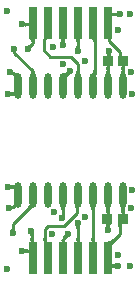
<source format=gtl>
G04*
G04 #@! TF.GenerationSoftware,Altium Limited,Altium Designer,21.7.2 (23)*
G04*
G04 Layer_Physical_Order=1*
G04 Layer_Color=255*
%FSAX25Y25*%
%MOIN*%
G70*
G04*
G04 #@! TF.SameCoordinates,914A0A10-9902-47D2-BBE9-F090EB24A124*
G04*
G04*
G04 #@! TF.FilePolarity,Positive*
G04*
G01*
G75*
%ADD13R,0.03347X0.03740*%
%ADD14R,0.02913X0.11024*%
%ADD15O,0.02362X0.08465*%
%ADD19C,0.01000*%
%ADD20C,0.02362*%
G36*
X0527396Y0162628D02*
X0527392Y0162723D01*
X0527367Y0162808D01*
X0527320Y0162883D01*
X0527251Y0162948D01*
X0527161Y0163003D01*
X0527049Y0163048D01*
X0526915Y0163083D01*
X0526810Y0163100D01*
X0526707Y0163078D01*
X0526610Y0163050D01*
X0526518Y0163016D01*
X0526431Y0162976D01*
X0526351Y0162929D01*
X0526276Y0162876D01*
X0526206Y0162817D01*
X0526281Y0164469D01*
X0526345Y0164404D01*
X0526415Y0164346D01*
X0526492Y0164295D01*
X0526575Y0164251D01*
X0526664Y0164213D01*
X0526759Y0164182D01*
X0526861Y0164159D01*
X0526863Y0164158D01*
X0526961Y0164173D01*
X0527108Y0164207D01*
X0527233Y0164252D01*
X0527337Y0164306D01*
X0527420Y0164371D01*
X0527481Y0164445D01*
X0527520Y0164529D01*
X0527538Y0164623D01*
X0527396Y0162628D01*
D02*
G37*
G36*
X0549295Y0157076D02*
X0549201Y0157079D01*
X0549118Y0157053D01*
X0549044Y0156999D01*
X0548980Y0156917D01*
X0548925Y0156806D01*
X0548881Y0156667D01*
X0548847Y0156499D01*
X0548822Y0156303D01*
X0548807Y0156078D01*
X0548802Y0155825D01*
X0547802Y0156082D01*
X0547800Y0156268D01*
X0547761Y0156752D01*
X0547737Y0156888D01*
X0547709Y0157012D01*
X0547675Y0157123D01*
X0547636Y0157222D01*
X0547591Y0157309D01*
X0547542Y0157383D01*
X0549295Y0157076D01*
D02*
G37*
G36*
X0528101Y0156912D02*
X0528077Y0156937D01*
X0528044Y0156948D01*
X0528001Y0156944D01*
X0527949Y0156926D01*
X0527887Y0156893D01*
X0527816Y0156845D01*
X0527735Y0156782D01*
X0527545Y0156613D01*
X0527436Y0156507D01*
X0526729Y0157214D01*
X0526872Y0157360D01*
X0527276Y0157824D01*
X0527334Y0157911D01*
X0527375Y0157985D01*
X0527399Y0158047D01*
X0527406Y0158097D01*
X0527396Y0158136D01*
X0528101Y0156912D01*
D02*
G37*
G36*
X0533832Y0156841D02*
X0533754Y0156895D01*
X0533664Y0156922D01*
X0533559Y0156922D01*
X0533442Y0156895D01*
X0533312Y0156841D01*
X0533168Y0156759D01*
X0533011Y0156651D01*
X0532841Y0156516D01*
X0532658Y0156353D01*
X0532461Y0156163D01*
X0531754Y0156871D01*
X0531940Y0157064D01*
X0532231Y0157410D01*
X0532336Y0157563D01*
X0532413Y0157704D01*
X0532464Y0157831D01*
X0532488Y0157945D01*
X0532484Y0158045D01*
X0532453Y0158133D01*
X0532396Y0158207D01*
X0533832Y0156841D01*
D02*
G37*
G36*
X0559460Y0157348D02*
X0559377Y0157305D01*
X0559303Y0157232D01*
X0559240Y0157131D01*
X0559186Y0157000D01*
X0559141Y0156841D01*
X0559107Y0156653D01*
X0559083Y0156436D01*
X0559068Y0156189D01*
X0559063Y0155914D01*
X0558063D01*
X0558058Y0156189D01*
X0558019Y0156653D01*
X0557984Y0156841D01*
X0557940Y0157000D01*
X0557886Y0157131D01*
X0557823Y0157232D01*
X0557749Y0157305D01*
X0557666Y0157348D01*
X0557573Y0157362D01*
X0559553D01*
X0559460Y0157348D01*
D02*
G37*
G36*
X0544460D02*
X0544377Y0157305D01*
X0544303Y0157232D01*
X0544240Y0157131D01*
X0544186Y0157000D01*
X0544141Y0156841D01*
X0544107Y0156653D01*
X0544083Y0156436D01*
X0544068Y0156189D01*
X0544063Y0155914D01*
X0543063D01*
X0543058Y0156189D01*
X0543019Y0156653D01*
X0542984Y0156841D01*
X0542940Y0157000D01*
X0542886Y0157131D01*
X0542823Y0157232D01*
X0542749Y0157305D01*
X0542666Y0157348D01*
X0542572Y0157362D01*
X0544554D01*
X0544460Y0157348D01*
D02*
G37*
G36*
X0564460Y0157348D02*
X0564377Y0157305D01*
X0564303Y0157232D01*
X0564240Y0157131D01*
X0564186Y0157000D01*
X0564142Y0156841D01*
X0564107Y0156653D01*
X0564083Y0156436D01*
X0564068Y0156189D01*
X0564063Y0155914D01*
X0563063D01*
X0563058Y0156189D01*
X0563019Y0156653D01*
X0562985Y0156841D01*
X0562940Y0157000D01*
X0562886Y0157131D01*
X0562823Y0157232D01*
X0562749Y0157305D01*
X0562666Y0157348D01*
X0562572Y0157362D01*
X0564553D01*
X0564460Y0157348D01*
D02*
G37*
G36*
X0554460D02*
X0554377Y0157305D01*
X0554303Y0157232D01*
X0554240Y0157131D01*
X0554186Y0157000D01*
X0554142Y0156841D01*
X0554107Y0156653D01*
X0554083Y0156436D01*
X0554068Y0156189D01*
X0554063Y0155914D01*
X0553063D01*
X0553058Y0156189D01*
X0553019Y0156653D01*
X0552985Y0156841D01*
X0552940Y0157000D01*
X0552886Y0157131D01*
X0552823Y0157232D01*
X0552749Y0157305D01*
X0552666Y0157348D01*
X0552572Y0157362D01*
X0554554D01*
X0554460Y0157348D01*
D02*
G37*
G36*
X0564068Y0155619D02*
X0564083Y0155447D01*
X0564108Y0155295D01*
X0564143Y0155163D01*
X0564188Y0155052D01*
X0564243Y0154961D01*
X0564308Y0154890D01*
X0564383Y0154839D01*
X0564468Y0154809D01*
X0564563Y0154799D01*
X0562563D01*
X0562658Y0154809D01*
X0562743Y0154839D01*
X0562818Y0154890D01*
X0562883Y0154961D01*
X0562938Y0155052D01*
X0562983Y0155163D01*
X0563018Y0155295D01*
X0563043Y0155447D01*
X0563058Y0155619D01*
X0563063Y0155811D01*
X0564063D01*
X0564068Y0155619D01*
D02*
G37*
G36*
X0559068D02*
X0559083Y0155447D01*
X0559108Y0155295D01*
X0559143Y0155163D01*
X0559188Y0155052D01*
X0559243Y0154961D01*
X0559308Y0154890D01*
X0559383Y0154839D01*
X0559468Y0154809D01*
X0559563Y0154799D01*
X0557563D01*
X0557658Y0154809D01*
X0557743Y0154839D01*
X0557818Y0154890D01*
X0557883Y0154961D01*
X0557938Y0155052D01*
X0557983Y0155163D01*
X0558018Y0155295D01*
X0558043Y0155447D01*
X0558058Y0155619D01*
X0558063Y0155811D01*
X0559063D01*
X0559068Y0155619D01*
D02*
G37*
G36*
X0563405Y0151096D02*
X0563320Y0151065D01*
X0563245Y0151014D01*
X0563180Y0150943D01*
X0563125Y0150852D01*
X0563080Y0150741D01*
X0563045Y0150609D01*
X0563020Y0150458D01*
X0563005Y0150286D01*
X0563000Y0150095D01*
X0562000D01*
X0561998Y0150285D01*
X0561956Y0150845D01*
X0561936Y0150935D01*
X0561913Y0151005D01*
X0561887Y0151055D01*
X0561857Y0151085D01*
X0561823Y0151095D01*
X0563500Y0151107D01*
X0563405Y0151096D01*
D02*
G37*
G36*
X0559549Y0151097D02*
X0559464Y0151066D01*
X0559389Y0151016D01*
X0559324Y0150945D01*
X0559269Y0150854D01*
X0559224Y0150742D01*
X0559189Y0150611D01*
X0559178Y0150546D01*
X0559196Y0150465D01*
X0559226Y0150369D01*
X0559262Y0150278D01*
X0559304Y0150194D01*
X0559353Y0150115D01*
X0559409Y0150042D01*
X0559471Y0149975D01*
X0557817D01*
X0557879Y0150042D01*
X0557935Y0150115D01*
X0557984Y0150194D01*
X0558027Y0150278D01*
X0558063Y0150369D01*
X0558092Y0150465D01*
X0558110Y0150546D01*
X0558099Y0150611D01*
X0558064Y0150742D01*
X0558019Y0150854D01*
X0557964Y0150945D01*
X0557899Y0151016D01*
X0557824Y0151066D01*
X0557739Y0151097D01*
X0557644Y0151107D01*
X0559644D01*
X0559549Y0151097D01*
D02*
G37*
G36*
X0549253Y0150493D02*
X0549199Y0150419D01*
X0549151Y0150339D01*
X0549110Y0150253D01*
X0549075Y0150162D01*
X0549046Y0150065D01*
X0549023Y0149962D01*
X0549008Y0149854D01*
X0548998Y0149740D01*
X0548995Y0149620D01*
X0547995Y0149593D01*
X0547992Y0149713D01*
X0547982Y0149827D01*
X0547965Y0149935D01*
X0547941Y0150037D01*
X0547911Y0150133D01*
X0547874Y0150223D01*
X0547831Y0150306D01*
X0547781Y0150384D01*
X0547724Y0150455D01*
X0547660Y0150521D01*
X0549313Y0150561D01*
X0549253Y0150493D01*
D02*
G37*
G36*
X0527472Y0149887D02*
X0527482Y0149773D01*
X0527498Y0149665D01*
X0527521Y0149562D01*
X0527550Y0149466D01*
X0527586Y0149375D01*
X0527629Y0149291D01*
X0527678Y0149212D01*
X0527733Y0149139D01*
X0527795Y0149072D01*
X0526142D01*
X0526204Y0149139D01*
X0526259Y0149212D01*
X0526308Y0149291D01*
X0526351Y0149375D01*
X0526387Y0149466D01*
X0526416Y0149562D01*
X0526439Y0149665D01*
X0526455Y0149773D01*
X0526465Y0149887D01*
X0526469Y0150007D01*
X0527468D01*
X0527472Y0149887D01*
D02*
G37*
G36*
X0533822Y0148301D02*
X0533783Y0148222D01*
X0533748Y0148137D01*
X0533718Y0148047D01*
X0533693Y0147953D01*
X0533672Y0147853D01*
X0533656Y0147748D01*
X0533637Y0147523D01*
X0533635Y0147404D01*
X0532635Y0147151D01*
X0532631Y0147272D01*
X0532619Y0147385D01*
X0532600Y0147490D01*
X0532574Y0147588D01*
X0532539Y0147678D01*
X0532498Y0147760D01*
X0532448Y0147835D01*
X0532391Y0147901D01*
X0532326Y0147960D01*
X0532254Y0148011D01*
X0533867Y0148375D01*
X0533822Y0148301D01*
D02*
G37*
G36*
X0545151Y0146555D02*
X0545060Y0146552D01*
X0544969Y0146539D01*
X0544879Y0146518D01*
X0544789Y0146488D01*
X0544699Y0146450D01*
X0544610Y0146403D01*
X0544522Y0146346D01*
X0544434Y0146281D01*
X0544346Y0146207D01*
X0544259Y0146125D01*
X0543552Y0146832D01*
X0543634Y0146919D01*
X0543708Y0147007D01*
X0543773Y0147095D01*
X0543829Y0147184D01*
X0543877Y0147273D01*
X0543915Y0147362D01*
X0543945Y0147452D01*
X0543966Y0147542D01*
X0543979Y0147633D01*
X0543982Y0147724D01*
X0545151Y0146555D01*
D02*
G37*
G36*
X0554067Y0146268D02*
X0554082Y0146096D01*
X0554107Y0145944D01*
X0554142Y0145813D01*
X0554187Y0145701D01*
X0554242Y0145610D01*
X0554307Y0145539D01*
X0554382Y0145489D01*
X0554467Y0145459D01*
X0554562Y0145448D01*
X0552562D01*
X0552657Y0145459D01*
X0552742Y0145489D01*
X0552817Y0145539D01*
X0552882Y0145610D01*
X0552937Y0145701D01*
X0552982Y0145813D01*
X0553017Y0145944D01*
X0553042Y0146096D01*
X0553057Y0146268D01*
X0553062Y0146460D01*
X0554062D01*
X0554067Y0146268D01*
D02*
G37*
G36*
X0549000D02*
X0549015Y0146096D01*
X0549040Y0145944D01*
X0549075Y0145813D01*
X0549120Y0145701D01*
X0549175Y0145610D01*
X0549240Y0145539D01*
X0549315Y0145489D01*
X0549400Y0145459D01*
X0549495Y0145448D01*
X0547495D01*
X0547590Y0145459D01*
X0547675Y0145489D01*
X0547750Y0145539D01*
X0547815Y0145610D01*
X0547870Y0145701D01*
X0547915Y0145813D01*
X0547950Y0145944D01*
X0547975Y0146096D01*
X0547990Y0146268D01*
X0547995Y0146460D01*
X0548995D01*
X0549000Y0146268D01*
D02*
G37*
G36*
X0538103Y0146269D02*
X0538118Y0146097D01*
X0538143Y0145946D01*
X0538178Y0145815D01*
X0538223Y0145703D01*
X0538278Y0145612D01*
X0538343Y0145541D01*
X0538418Y0145490D01*
X0538503Y0145459D01*
X0538598Y0145448D01*
X0537040Y0145460D01*
X0537051Y0145470D01*
X0537061Y0145500D01*
X0537070Y0145550D01*
X0537077Y0145620D01*
X0537093Y0145950D01*
X0537098Y0146460D01*
X0538098D01*
X0538103Y0146269D01*
D02*
G37*
G36*
X0533640Y0146268D02*
X0533655Y0146096D01*
X0533680Y0145944D01*
X0533715Y0145813D01*
X0533760Y0145701D01*
X0533815Y0145610D01*
X0533880Y0145539D01*
X0533955Y0145489D01*
X0534040Y0145459D01*
X0534135Y0145448D01*
X0532135D01*
X0532230Y0145459D01*
X0532315Y0145489D01*
X0532390Y0145539D01*
X0532455Y0145610D01*
X0532510Y0145701D01*
X0532555Y0145813D01*
X0532590Y0145944D01*
X0532615Y0146096D01*
X0532630Y0146268D01*
X0532635Y0146460D01*
X0533635D01*
X0533640Y0146268D01*
D02*
G37*
G36*
X0544119Y0146049D02*
X0544137Y0145812D01*
X0544153Y0145715D01*
X0544174Y0145634D01*
X0544199Y0145567D01*
X0544229Y0145515D01*
X0544263Y0145478D01*
X0544302Y0145456D01*
X0544346Y0145448D01*
X0542887D01*
X0542931Y0145456D01*
X0542970Y0145478D01*
X0543004Y0145515D01*
X0543034Y0145567D01*
X0543059Y0145634D01*
X0543080Y0145715D01*
X0543096Y0145812D01*
X0543107Y0145923D01*
X0543117Y0146190D01*
X0544117D01*
X0544119Y0146049D01*
D02*
G37*
G36*
X0560636Y0145224D02*
X0560447Y0145029D01*
X0560148Y0144674D01*
X0560037Y0144514D01*
X0559952Y0144367D01*
X0559893Y0144231D01*
X0559860Y0144108D01*
X0559853Y0143997D01*
X0559872Y0143897D01*
X0559917Y0143810D01*
X0558751Y0145448D01*
X0558817Y0145382D01*
X0558900Y0145347D01*
X0559000Y0145343D01*
X0559116Y0145369D01*
X0559249Y0145425D01*
X0559399Y0145512D01*
X0559565Y0145630D01*
X0559749Y0145779D01*
X0560165Y0146168D01*
X0560636Y0145224D01*
D02*
G37*
G36*
X0532040Y0141224D02*
X0532030Y0141319D01*
X0532000Y0141404D01*
X0531950Y0141479D01*
X0531880Y0141544D01*
X0531790Y0141599D01*
X0531680Y0141644D01*
X0531550Y0141679D01*
X0531456Y0141695D01*
X0531456Y0141695D01*
X0531354Y0141672D01*
X0531257Y0141643D01*
X0531167Y0141607D01*
X0531082Y0141564D01*
X0531003Y0141515D01*
X0530930Y0141460D01*
X0530863Y0141398D01*
Y0143051D01*
X0530930Y0142989D01*
X0531003Y0142933D01*
X0531082Y0142885D01*
X0531167Y0142842D01*
X0531257Y0142806D01*
X0531354Y0142777D01*
X0531456Y0142754D01*
X0531456Y0142754D01*
X0531550Y0142769D01*
X0531680Y0142804D01*
X0531790Y0142849D01*
X0531880Y0142904D01*
X0531950Y0142969D01*
X0532000Y0143044D01*
X0532030Y0143129D01*
X0532040Y0143224D01*
Y0141224D01*
D02*
G37*
G36*
X0559927Y0138208D02*
X0559957Y0138123D01*
X0560008Y0138048D01*
X0560079Y0137983D01*
X0560170Y0137928D01*
X0560281Y0137883D01*
X0560413Y0137848D01*
X0560516Y0137831D01*
X0560525Y0137833D01*
X0560628Y0137855D01*
X0560724Y0137885D01*
X0560815Y0137921D01*
X0560899Y0137963D01*
X0560978Y0138012D01*
X0561051Y0138068D01*
X0561118Y0138130D01*
Y0136476D01*
X0561051Y0136539D01*
X0560978Y0136594D01*
X0560899Y0136643D01*
X0560815Y0136686D01*
X0560724Y0136722D01*
X0560628Y0136751D01*
X0560525Y0136774D01*
X0560516Y0136775D01*
X0560413Y0136758D01*
X0560281Y0136723D01*
X0560170Y0136678D01*
X0560079Y0136623D01*
X0560008Y0136558D01*
X0559957Y0136483D01*
X0559927Y0136398D01*
X0559917Y0136303D01*
Y0138303D01*
X0559927Y0138208D01*
D02*
G37*
G36*
X0561530Y0220586D02*
X0560897Y0220571D01*
Y0221571D01*
X0561367Y0221593D01*
X0561530Y0220586D01*
D02*
G37*
G36*
X0559977Y0221878D02*
X0560005Y0221809D01*
X0560050Y0221748D01*
X0560113Y0221695D01*
X0560195Y0221651D01*
X0560295Y0221614D01*
X0560413Y0221585D01*
X0560548Y0221565D01*
X0560703Y0221553D01*
X0560875Y0221549D01*
Y0220549D01*
X0560703Y0220545D01*
X0560548Y0220533D01*
X0560413Y0220512D01*
X0560295Y0220484D01*
X0560195Y0220447D01*
X0560113Y0220403D01*
X0560050Y0220350D01*
X0560005Y0220289D01*
X0559977Y0220220D01*
X0559968Y0220142D01*
Y0221955D01*
X0559977Y0221878D01*
D02*
G37*
G36*
X0532091Y0216717D02*
X0532081Y0216811D01*
X0532051Y0216897D01*
X0532000Y0216971D01*
X0531929Y0217037D01*
X0531838Y0217091D01*
X0531727Y0217137D01*
X0531595Y0217172D01*
X0531502Y0217187D01*
X0531400Y0217164D01*
X0531304Y0217135D01*
X0531213Y0217099D01*
X0531128Y0217056D01*
X0531049Y0217007D01*
X0530977Y0216952D01*
X0530910Y0216890D01*
Y0218543D01*
X0530977Y0218481D01*
X0531049Y0218426D01*
X0531128Y0218377D01*
X0531213Y0218334D01*
X0531304Y0218298D01*
X0531400Y0218269D01*
X0531502Y0218246D01*
X0531595Y0218262D01*
X0531727Y0218297D01*
X0531838Y0218341D01*
X0531929Y0218396D01*
X0532000Y0218461D01*
X0532051Y0218536D01*
X0532081Y0218621D01*
X0532091Y0218717D01*
Y0216717D01*
D02*
G37*
G36*
X0559769Y0212812D02*
X0559730Y0212790D01*
X0559696Y0212753D01*
X0559666Y0212701D01*
X0559641Y0212634D01*
X0559620Y0212552D01*
X0559604Y0212456D01*
X0559593Y0212345D01*
X0559584Y0212078D01*
X0558583D01*
X0558581Y0212219D01*
X0558563Y0212456D01*
X0558547Y0212552D01*
X0558526Y0212634D01*
X0558501Y0212701D01*
X0558471Y0212753D01*
X0558437Y0212790D01*
X0558398Y0212812D01*
X0558354Y0212819D01*
X0559813D01*
X0559769Y0212812D01*
D02*
G37*
G36*
X0549468Y0212809D02*
X0549383Y0212779D01*
X0549308Y0212728D01*
X0549243Y0212657D01*
X0549188Y0212566D01*
X0549143Y0212455D01*
X0549108Y0212323D01*
X0549083Y0212172D01*
X0549068Y0212000D01*
X0549063Y0211807D01*
X0548063D01*
X0548058Y0212000D01*
X0548043Y0212172D01*
X0548018Y0212323D01*
X0547983Y0212455D01*
X0547938Y0212566D01*
X0547883Y0212657D01*
X0547818Y0212728D01*
X0547743Y0212779D01*
X0547658Y0212809D01*
X0547563Y0212819D01*
X0549563D01*
X0549468Y0212809D01*
D02*
G37*
G36*
X0554968Y0212807D02*
X0554905Y0212797D01*
X0554848Y0212767D01*
X0554798Y0212717D01*
X0554754Y0212647D01*
X0554717Y0212557D01*
X0554687Y0212447D01*
X0554664Y0212317D01*
X0554647Y0212167D01*
X0554634Y0211807D01*
X0553634D01*
X0553629Y0211999D01*
X0553614Y0212171D01*
X0553589Y0212322D01*
X0553554Y0212453D01*
X0553509Y0212565D01*
X0553454Y0212656D01*
X0553389Y0212727D01*
X0553314Y0212778D01*
X0553229Y0212809D01*
X0553134Y0212819D01*
X0554968Y0212807D01*
D02*
G37*
G36*
X0538208Y0212808D02*
X0538123Y0212777D01*
X0538048Y0212726D01*
X0537983Y0212655D01*
X0537928Y0212564D01*
X0537883Y0212453D01*
X0537848Y0212321D01*
X0537823Y0212170D01*
X0537808Y0211999D01*
X0537803Y0211807D01*
X0536803D01*
X0537079Y0212807D01*
X0538303Y0212819D01*
X0538208Y0212808D01*
D02*
G37*
G36*
X0534389Y0212809D02*
X0534304Y0212779D01*
X0534229Y0212728D01*
X0534164Y0212657D01*
X0534109Y0212566D01*
X0534064Y0212455D01*
X0534029Y0212323D01*
X0534004Y0212172D01*
X0533989Y0212000D01*
X0533984Y0211807D01*
X0532984D01*
X0532979Y0212000D01*
X0532964Y0212172D01*
X0532939Y0212323D01*
X0532904Y0212455D01*
X0532859Y0212566D01*
X0532804Y0212657D01*
X0532739Y0212728D01*
X0532664Y0212779D01*
X0532579Y0212809D01*
X0532484Y0212819D01*
X0534484D01*
X0534389Y0212809D01*
D02*
G37*
G36*
X0544448D02*
X0544363Y0212779D01*
X0544288Y0212728D01*
X0544223Y0212657D01*
X0544168Y0212566D01*
X0544123Y0212455D01*
X0544088Y0212323D01*
X0544068Y0212204D01*
X0544073Y0212174D01*
X0544096Y0212072D01*
X0544126Y0211976D01*
X0544163Y0211885D01*
X0544206Y0211802D01*
X0544256Y0211723D01*
X0544312Y0211651D01*
X0544375Y0211585D01*
X0542722Y0211558D01*
X0542783Y0211626D01*
X0542838Y0211700D01*
X0542886Y0211779D01*
X0542928Y0211864D01*
X0542963Y0211956D01*
X0542992Y0212052D01*
X0543014Y0212155D01*
X0543020Y0212192D01*
X0542998Y0212323D01*
X0542963Y0212455D01*
X0542918Y0212566D01*
X0542863Y0212657D01*
X0542798Y0212728D01*
X0542723Y0212779D01*
X0542638Y0212809D01*
X0542543Y0212819D01*
X0544543D01*
X0544448Y0212809D01*
D02*
G37*
G36*
X0533378Y0210598D02*
X0533295Y0210510D01*
X0533223Y0210422D01*
X0533162Y0210334D01*
X0533112Y0210246D01*
X0533072Y0210158D01*
X0533044Y0210070D01*
X0533026Y0209983D01*
X0533020Y0209895D01*
X0533024Y0209808D01*
X0533039Y0209721D01*
X0531641Y0210603D01*
X0531724Y0210625D01*
X0531809Y0210653D01*
X0531893Y0210688D01*
X0531978Y0210730D01*
X0532062Y0210779D01*
X0532148Y0210835D01*
X0532233Y0210898D01*
X0532405Y0211044D01*
X0532492Y0211127D01*
X0533378Y0210598D01*
D02*
G37*
G36*
X0549066Y0210542D02*
X0549077Y0210428D01*
X0549094Y0210321D01*
X0549118Y0210219D01*
X0549149Y0210124D01*
X0549186Y0210035D01*
X0549231Y0209952D01*
X0549282Y0209876D01*
X0549340Y0209806D01*
X0549406Y0209742D01*
X0547754Y0209659D01*
X0547813Y0209729D01*
X0547865Y0209804D01*
X0547912Y0209885D01*
X0547952Y0209972D01*
X0547986Y0210064D01*
X0548014Y0210161D01*
X0548035Y0210264D01*
X0548051Y0210373D01*
X0548060Y0210487D01*
X0548063Y0210607D01*
X0549063Y0210663D01*
X0549066Y0210542D01*
D02*
G37*
G36*
X0563141Y0208080D02*
X0563156Y0207908D01*
X0563181Y0207757D01*
X0563216Y0207626D01*
X0563261Y0207514D01*
X0563316Y0207423D01*
X0563381Y0207352D01*
X0563456Y0207301D01*
X0563541Y0207270D01*
X0563636Y0207259D01*
X0562118Y0207272D01*
X0562122Y0207281D01*
X0562125Y0207312D01*
X0562130Y0207432D01*
X0562136Y0208272D01*
X0563136D01*
X0563141Y0208080D01*
D02*
G37*
G36*
X0559380Y0208079D02*
X0559393Y0207934D01*
X0559702D01*
X0559640Y0207867D01*
X0559585Y0207794D01*
X0559536Y0207715D01*
X0559493Y0207630D01*
X0559473Y0207580D01*
X0559501Y0207512D01*
X0559555Y0207421D01*
X0559621Y0207351D01*
X0559695Y0207300D01*
X0559781Y0207270D01*
X0559875Y0207259D01*
X0559393D01*
X0559389Y0207233D01*
X0559379Y0207118D01*
X0559375Y0206998D01*
X0558376D01*
X0558372Y0207118D01*
X0558362Y0207233D01*
X0558358Y0207259D01*
X0557875D01*
X0557971Y0207270D01*
X0558055Y0207300D01*
X0558131Y0207351D01*
X0558195Y0207421D01*
X0558251Y0207512D01*
X0558278Y0207580D01*
X0558258Y0207630D01*
X0558215Y0207715D01*
X0558166Y0207794D01*
X0558111Y0207867D01*
X0558049Y0207934D01*
X0558358D01*
X0558370Y0208079D01*
X0558376Y0208272D01*
X0559375D01*
X0559380Y0208079D01*
D02*
G37*
G36*
X0564468Y0203557D02*
X0564383Y0203527D01*
X0564308Y0203476D01*
X0564243Y0203405D01*
X0564188Y0203314D01*
X0564143Y0203203D01*
X0564108Y0203071D01*
X0564083Y0202920D01*
X0564068Y0202748D01*
X0564063Y0202555D01*
X0563063D01*
X0563058Y0202748D01*
X0563043Y0202920D01*
X0563018Y0203071D01*
X0562983Y0203203D01*
X0562938Y0203314D01*
X0562883Y0203405D01*
X0562818Y0203476D01*
X0562743Y0203527D01*
X0562658Y0203557D01*
X0562563Y0203567D01*
X0564563D01*
X0564468Y0203557D01*
D02*
G37*
G36*
X0559468D02*
X0559383Y0203527D01*
X0559308Y0203476D01*
X0559243Y0203405D01*
X0559188Y0203314D01*
X0559143Y0203203D01*
X0559108Y0203071D01*
X0559083Y0202920D01*
X0559068Y0202748D01*
X0559063Y0202555D01*
X0558063D01*
X0558058Y0202748D01*
X0558043Y0202920D01*
X0558018Y0203071D01*
X0557983Y0203203D01*
X0557938Y0203314D01*
X0557883Y0203405D01*
X0557818Y0203476D01*
X0557743Y0203527D01*
X0557658Y0203557D01*
X0557563Y0203567D01*
X0559563D01*
X0559468Y0203557D01*
D02*
G37*
G36*
X0554634Y0202324D02*
X0554702Y0200601D01*
X0553138Y0201372D01*
X0553233Y0201339D01*
X0553317Y0201337D01*
X0553391Y0201368D01*
X0553455Y0201430D01*
X0553510Y0201523D01*
X0553555Y0201648D01*
X0553589Y0201805D01*
X0553614Y0201993D01*
X0553629Y0202213D01*
X0553634Y0202465D01*
X0554634Y0202324D01*
D02*
G37*
G36*
X0545852Y0201069D02*
X0545763Y0201080D01*
X0545674Y0201081D01*
X0545585Y0201071D01*
X0545497Y0201051D01*
X0545408Y0201020D01*
X0545320Y0200979D01*
X0545231Y0200927D01*
X0545154Y0200873D01*
X0544954Y0200635D01*
X0544847Y0200479D01*
X0544765Y0200334D01*
X0544708Y0200201D01*
X0544676Y0200078D01*
X0544669Y0199967D01*
X0544687Y0199867D01*
X0544730Y0199778D01*
X0543603Y0201457D01*
X0543666Y0201388D01*
X0543743Y0201346D01*
X0543834Y0201333D01*
X0543939Y0201347D01*
X0544058Y0201390D01*
X0544191Y0201460D01*
X0544338Y0201558D01*
X0544499Y0201684D01*
X0544561Y0201739D01*
X0544621Y0201812D01*
X0544682Y0201898D01*
X0544736Y0201985D01*
X0544783Y0202072D01*
X0544822Y0202159D01*
X0544854Y0202245D01*
X0544879Y0202332D01*
X0544897Y0202419D01*
X0545852Y0201069D01*
D02*
G37*
G36*
X0534054Y0201930D02*
X0534088Y0201427D01*
X0534100Y0201373D01*
X0534115Y0201334D01*
X0534131Y0201311D01*
X0534150Y0201304D01*
X0532957Y0201288D01*
X0532975Y0201296D01*
X0532991Y0201320D01*
X0533006Y0201360D01*
X0533018Y0201415D01*
X0533029Y0201486D01*
X0533044Y0201675D01*
X0533053Y0202077D01*
X0534053D01*
X0534054Y0201930D01*
D02*
G37*
G36*
X0564068Y0202078D02*
X0564107Y0201615D01*
X0564142Y0201427D01*
X0564186Y0201267D01*
X0564240Y0201137D01*
X0564303Y0201036D01*
X0564377Y0200963D01*
X0564460Y0200920D01*
X0564553Y0200905D01*
X0562572D01*
X0562666Y0200920D01*
X0562749Y0200963D01*
X0562823Y0201036D01*
X0562886Y0201137D01*
X0562940Y0201267D01*
X0562985Y0201427D01*
X0563019Y0201615D01*
X0563043Y0201832D01*
X0563058Y0202078D01*
X0563063Y0202354D01*
X0564063D01*
X0564068Y0202078D01*
D02*
G37*
G36*
X0559068D02*
X0559107Y0201615D01*
X0559141Y0201427D01*
X0559186Y0201267D01*
X0559240Y0201137D01*
X0559303Y0201036D01*
X0559377Y0200963D01*
X0559460Y0200920D01*
X0559553Y0200905D01*
X0557573D01*
X0557666Y0200920D01*
X0557749Y0200963D01*
X0557823Y0201036D01*
X0557886Y0201137D01*
X0557940Y0201267D01*
X0557984Y0201427D01*
X0558019Y0201615D01*
X0558043Y0201832D01*
X0558058Y0202078D01*
X0558063Y0202354D01*
X0559063D01*
X0559068Y0202078D01*
D02*
G37*
G36*
X0549068D02*
X0549107Y0201615D01*
X0549142Y0201427D01*
X0549186Y0201267D01*
X0549240Y0201137D01*
X0549303Y0201036D01*
X0549377Y0200963D01*
X0549460Y0200920D01*
X0549553Y0200905D01*
X0547573D01*
X0547666Y0200920D01*
X0547749Y0200963D01*
X0547823Y0201036D01*
X0547886Y0201137D01*
X0547940Y0201267D01*
X0547985Y0201427D01*
X0548019Y0201615D01*
X0548043Y0201832D01*
X0548058Y0202078D01*
X0548063Y0202354D01*
X0549063D01*
X0549068Y0202078D01*
D02*
G37*
G36*
X0526892Y0202353D02*
X0526928Y0202306D01*
X0527050Y0202168D01*
X0527444Y0201763D01*
X0527732Y0201522D01*
X0527867Y0201432D01*
X0527989Y0201368D01*
X0528097Y0201330D01*
X0528191Y0201318D01*
X0528273Y0201332D01*
X0528340Y0201373D01*
X0528394Y0201440D01*
X0527396Y0199751D01*
X0527431Y0199836D01*
X0527443Y0199932D01*
X0527431Y0200040D01*
X0527396Y0200157D01*
X0527337Y0200286D01*
X0527255Y0200426D01*
X0527149Y0200577D01*
X0527019Y0200738D01*
X0527016Y0200742D01*
X0526941Y0200793D01*
X0526857Y0200838D01*
X0526776Y0200870D01*
X0526697Y0200889D01*
X0526620Y0200895D01*
X0526545Y0200888D01*
X0526473Y0200868D01*
X0526402Y0200834D01*
X0526872Y0202384D01*
X0526892Y0202353D01*
D02*
G37*
G36*
X0527519Y0193690D02*
X0527502Y0193784D01*
X0527464Y0193868D01*
X0527404Y0193942D01*
X0527323Y0194007D01*
X0527220Y0194061D01*
X0527096Y0194106D01*
X0526950Y0194141D01*
X0526839Y0194157D01*
X0526830Y0194156D01*
X0526728Y0194133D01*
X0526631Y0194103D01*
X0526541Y0194067D01*
X0526456Y0194025D01*
X0526377Y0193976D01*
X0526304Y0193920D01*
X0526237Y0193858D01*
Y0195512D01*
X0526304Y0195450D01*
X0526377Y0195394D01*
X0526456Y0195345D01*
X0526541Y0195303D01*
X0526631Y0195267D01*
X0526728Y0195237D01*
X0526824Y0195216D01*
X0526913Y0195230D01*
X0527046Y0195265D01*
X0527158Y0195310D01*
X0527249Y0195365D01*
X0527318Y0195430D01*
X0527365Y0195505D01*
X0527391Y0195590D01*
X0527396Y0195685D01*
X0527519Y0193690D01*
D02*
G37*
D13*
X0563484Y0152953D02*
D03*
X0558169D02*
D03*
X0563779Y0205413D02*
D03*
X0558465D02*
D03*
D14*
X0533484Y0139961D02*
D03*
X0558484D02*
D03*
X0553484D02*
D03*
X0548484D02*
D03*
X0543484Y0139961D02*
D03*
X0538484Y0139961D02*
D03*
X0558524Y0218307D02*
D03*
X0533524D02*
D03*
X0538524D02*
D03*
X0543524D02*
D03*
X0548524Y0218307D02*
D03*
X0553524Y0218307D02*
D03*
D15*
X0543563Y0161024D02*
D03*
X0528563Y0161024D02*
D03*
X0533563Y0161024D02*
D03*
X0538563Y0161024D02*
D03*
X0548563Y0161024D02*
D03*
X0553563Y0161024D02*
D03*
X0558563Y0161024D02*
D03*
X0563563Y0161024D02*
D03*
X0528563Y0197244D02*
D03*
X0533563D02*
D03*
X0538563D02*
D03*
X0543563D02*
D03*
X0548563D02*
D03*
X0553563D02*
D03*
X0558563D02*
D03*
X0563563D02*
D03*
D19*
X0543504Y0218504D02*
X0543543Y0218465D01*
Y0210748D02*
Y0218465D01*
Y0210748D02*
X0543563Y0210728D01*
X0539370Y0206988D02*
X0542456D01*
X0544532Y0207009D02*
X0544552Y0206988D01*
X0546181D02*
X0548563Y0204606D01*
X0537303Y0209055D02*
X0539370Y0206988D01*
X0544552D02*
X0546181D01*
X0542476Y0207009D02*
X0544532D01*
X0542456Y0206988D02*
X0542476Y0207009D01*
X0537303Y0209055D02*
Y0213032D01*
X0538524Y0214252D02*
Y0218307D01*
X0537303Y0213032D02*
X0538524Y0214252D01*
X0543563Y0200013D02*
X0545781Y0202232D01*
X0546063D01*
X0543563Y0197244D02*
Y0200013D01*
X0553563Y0197244D02*
Y0200664D01*
X0554134Y0201235D01*
X0553524Y0218307D02*
X0554134Y0217697D01*
Y0201235D02*
Y0217697D01*
X0537598Y0140847D02*
Y0146885D01*
X0537578Y0146905D02*
X0537598Y0146885D01*
X0537578Y0149684D02*
X0538484Y0150591D01*
X0537578Y0146905D02*
Y0149684D01*
X0538484Y0150591D02*
X0544095D01*
X0548302Y0154798D01*
X0537598Y0140847D02*
X0538484Y0139961D01*
X0543069Y0153289D02*
X0543177Y0153182D01*
X0543069Y0153811D02*
X0543563Y0154305D01*
X0543069Y0153289D02*
Y0153811D01*
X0543563Y0154305D02*
Y0161024D01*
X0553562Y0152539D02*
X0553564Y0152540D01*
Y0154669D01*
X0553563Y0154670D02*
X0553564Y0154669D01*
X0553563Y0154670D02*
Y0161024D01*
X0553484Y0139961D02*
X0553562Y0140039D01*
Y0152539D01*
X0530020Y0142224D02*
X0532567D01*
X0533135Y0140869D02*
Y0144208D01*
Y0140153D02*
X0533524Y0139764D01*
X0533135Y0140153D02*
Y0140869D01*
X0533524Y0139764D02*
Y0140480D01*
X0533563Y0157972D02*
Y0161024D01*
X0526968Y0151378D02*
X0533563Y0157972D01*
X0526968Y0148228D02*
Y0151378D01*
X0533135Y0142792D02*
Y0144208D01*
Y0148755D01*
X0532874Y0149016D02*
X0533135Y0148755D01*
X0548302Y0154798D02*
Y0160763D01*
X0543617Y0146190D02*
X0545163Y0147736D01*
X0558644Y0149131D02*
Y0152832D01*
X0548466Y0151384D02*
X0548495Y0151356D01*
X0525975Y0156860D02*
X0527082D01*
X0528563Y0158341D02*
Y0162999D01*
X0527082Y0156860D02*
X0528563Y0158341D01*
X0525714Y0156600D02*
X0525975Y0156860D01*
X0525454Y0163628D02*
X0527934D01*
X0528563Y0162999D01*
X0525401Y0163681D02*
X0525454Y0163628D01*
X0525394Y0194685D02*
X0527934D01*
X0528563Y0195314D02*
Y0197244D01*
X0527934Y0194685D02*
X0528563Y0195314D01*
Y0197244D02*
Y0199927D01*
X0526075Y0201598D02*
X0526892D01*
X0528563Y0199927D01*
X0525814Y0201859D02*
X0526075Y0201598D01*
X0532567Y0142224D02*
X0533135Y0142792D01*
Y0140869D02*
X0533524Y0140480D01*
X0532717Y0217717D02*
X0533504Y0218504D01*
X0530066Y0217717D02*
X0532717D01*
X0527165Y0209646D02*
X0527426Y0209385D01*
Y0208204D02*
Y0209385D01*
Y0208204D02*
X0533553Y0202077D01*
X0559480Y0137303D02*
X0561961D01*
X0558524Y0138260D02*
Y0143819D01*
X0543617Y0139857D02*
Y0146190D01*
X0543524Y0139764D02*
X0543617Y0139857D01*
X0548563Y0208917D02*
Y0218445D01*
Y0208917D02*
X0548622Y0208858D01*
X0562500Y0151969D02*
X0563563Y0153032D01*
Y0153347D01*
X0558524Y0143819D02*
X0562500Y0147795D01*
X0563563Y0153347D02*
Y0161024D01*
X0562500Y0147795D02*
Y0151969D01*
X0558524Y0152953D02*
X0558644Y0152832D01*
X0558524Y0152953D02*
Y0153307D01*
X0533553Y0197254D02*
X0533563Y0197244D01*
X0533553Y0197254D02*
Y0202077D01*
X0531890Y0209817D02*
X0533484Y0211412D01*
X0531890Y0209449D02*
Y0209817D01*
X0533484Y0211412D02*
Y0218484D01*
X0533504Y0218504D01*
X0558504Y0220092D02*
X0559461Y0221049D01*
X0562311Y0221071D02*
X0562500Y0221260D01*
X0559461Y0221049D02*
X0560875D01*
X0560897Y0221071D01*
X0562311D01*
X0558504Y0218504D02*
Y0220092D01*
X0558524Y0138260D02*
X0559480Y0137303D01*
X0558876Y0205824D02*
Y0208777D01*
X0558465Y0205413D02*
X0558876Y0205824D01*
X0558504Y0218504D02*
X0559084Y0217924D01*
X0562636Y0206557D02*
Y0208525D01*
X0559084Y0212078D02*
X0562636Y0208525D01*
X0559084Y0212078D02*
Y0217924D01*
X0562636Y0206557D02*
X0563779Y0205413D01*
X0558563Y0197244D02*
Y0205315D01*
X0558465Y0205413D02*
X0558563Y0205315D01*
X0563563Y0205197D02*
X0563779Y0205413D01*
X0563563Y0197244D02*
Y0205197D01*
X0548563Y0197244D02*
Y0204606D01*
X0548504Y0218504D02*
X0548563Y0218445D01*
X0548302Y0160763D02*
X0548563Y0161024D01*
X0548495Y0139793D02*
X0548524Y0139764D01*
X0548495Y0139793D02*
Y0151356D01*
X0558169Y0152953D02*
X0558524Y0153307D01*
X0558563Y0153347D01*
Y0161024D01*
D20*
X0540256Y0210236D02*
D03*
X0543563Y0210728D02*
D03*
X0543504Y0204528D02*
D03*
X0546063Y0202232D02*
D03*
X0551083Y0205610D02*
D03*
X0540059Y0147933D02*
D03*
X0540551Y0155118D02*
D03*
X0543177Y0153182D02*
D03*
X0551083Y0153642D02*
D03*
X0525000Y0136122D02*
D03*
X0524902Y0222047D02*
D03*
X0566043Y0221358D02*
D03*
X0565846Y0137205D02*
D03*
X0530020Y0142224D02*
D03*
X0562008Y0215945D02*
D03*
X0532874Y0149016D02*
D03*
X0526968Y0148228D02*
D03*
X0545163Y0147736D02*
D03*
X0558644Y0149131D02*
D03*
X0548466Y0151384D02*
D03*
X0525714Y0156600D02*
D03*
X0525401Y0163681D02*
D03*
X0525394Y0194685D02*
D03*
X0525814Y0201859D02*
D03*
X0566725Y0194488D02*
D03*
X0566392Y0201799D02*
D03*
X0530066Y0217717D02*
D03*
X0527165Y0209646D02*
D03*
X0561961Y0137303D02*
D03*
Y0140945D02*
D03*
X0548622Y0208858D02*
D03*
X0531890Y0209449D02*
D03*
X0562500Y0221260D02*
D03*
X0558876Y0208777D02*
D03*
X0566321Y0156426D02*
D03*
X0566725Y0162598D02*
D03*
M02*

</source>
